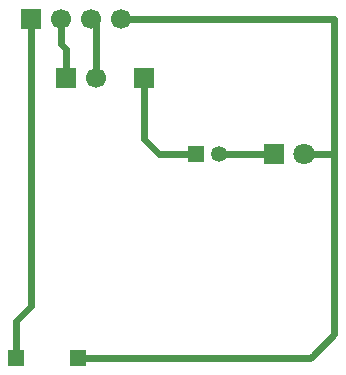
<source format=gbr>
%TF.GenerationSoftware,KiCad,Pcbnew,9.0.1*%
%TF.CreationDate,2025-05-06T12:48:31+03:00*%
%TF.ProjectId,plata_dat,706c6174-615f-4646-9174-2e6b69636164,rev?*%
%TF.SameCoordinates,Original*%
%TF.FileFunction,Copper,L1,Top*%
%TF.FilePolarity,Positive*%
%FSLAX46Y46*%
G04 Gerber Fmt 4.6, Leading zero omitted, Abs format (unit mm)*
G04 Created by KiCad (PCBNEW 9.0.1) date 2025-05-06 12:48:31*
%MOMM*%
%LPD*%
G01*
G04 APERTURE LIST*
%TA.AperFunction,ComponentPad*%
%ADD10R,1.350000X1.350000*%
%TD*%
%TA.AperFunction,ComponentPad*%
%ADD11C,1.350000*%
%TD*%
%TA.AperFunction,ComponentPad*%
%ADD12R,1.800000X1.800000*%
%TD*%
%TA.AperFunction,ComponentPad*%
%ADD13C,1.800000*%
%TD*%
%TA.AperFunction,ComponentPad*%
%ADD14R,1.700000X1.700000*%
%TD*%
%TA.AperFunction,ComponentPad*%
%ADD15C,1.700000*%
%TD*%
%TA.AperFunction,Conductor*%
%ADD16C,0.600000*%
%TD*%
%TA.AperFunction,Conductor*%
%ADD17C,0.200000*%
%TD*%
G04 APERTURE END LIST*
D10*
%TO.P,REF\u002A\u002A,1*%
%TO.N,N/C*%
X169092500Y-72750000D03*
D11*
%TO.P,REF\u002A\u002A,2*%
X171092500Y-72750000D03*
%TD*%
D10*
%TO.P,REF\u002A\u002A,1*%
%TO.N,N/C*%
X159092500Y-90050000D03*
%TD*%
%TO.P,REF\u002A\u002A,1*%
%TO.N,N/C*%
X153892500Y-90050000D03*
%TD*%
D12*
%TO.P,REF\u002A\u002A,1*%
%TO.N,N/C*%
X175717500Y-72800000D03*
D13*
%TO.P,REF\u002A\u002A,2*%
X178257500Y-72800000D03*
%TD*%
D14*
%TO.P,REF\u002A\u002A,1*%
%TO.N,N/C*%
X164682500Y-66300000D03*
%TD*%
%TO.P,REF\u002A\u002A,1*%
%TO.N,N/C*%
X155182500Y-61300000D03*
D15*
%TO.P,REF\u002A\u002A,2*%
X157722500Y-61300000D03*
%TO.P,REF\u002A\u002A,3*%
X160262500Y-61300000D03*
%TO.P,REF\u002A\u002A,4*%
X162802500Y-61300000D03*
%TD*%
D14*
%TO.P,REF\u002A\u002A,1*%
%TO.N,N/C*%
X158142500Y-66300000D03*
D15*
%TO.P,REF\u002A\u002A,2*%
X160682500Y-66300000D03*
%TD*%
D16*
%TO.N,*%
X175667500Y-72750000D02*
X175717500Y-72800000D01*
X171092500Y-72750000D02*
X175667500Y-72750000D01*
X166042500Y-72750000D02*
X169092500Y-72750000D01*
X165992500Y-72800000D02*
X166042500Y-72750000D01*
X178792500Y-90050000D02*
X159168500Y-90050000D01*
X178992500Y-89850000D02*
X178792500Y-90050000D01*
X153892500Y-86900000D02*
X153892500Y-90050000D01*
X155182500Y-85610000D02*
X153892500Y-86900000D01*
X155182500Y-61300000D02*
X155182500Y-85610000D01*
X180742500Y-72800000D02*
X178257500Y-72800000D01*
X180792500Y-61300000D02*
X180792500Y-72850000D01*
X160682500Y-66300000D02*
X160682500Y-61720000D01*
X164682500Y-66300000D02*
X164682500Y-71490000D01*
X158142500Y-66300000D02*
X158142500Y-63840000D01*
X158142500Y-63840000D02*
X157722500Y-63420000D01*
X157722500Y-63420000D02*
X157722500Y-61300000D01*
X162802500Y-61300000D02*
X180792500Y-61300000D01*
X164682500Y-71490000D02*
X165992500Y-72800000D01*
D17*
X160262500Y-65880000D02*
X160682500Y-66300000D01*
D16*
X180792500Y-88050000D02*
X178992500Y-89850000D01*
X160682500Y-61720000D02*
X160262500Y-61300000D01*
D17*
X157722500Y-65880000D02*
X158142500Y-66300000D01*
D16*
X180792500Y-72850000D02*
X180742500Y-72800000D01*
X180792500Y-72850000D02*
X180792500Y-88050000D01*
%TD*%
M02*

</source>
